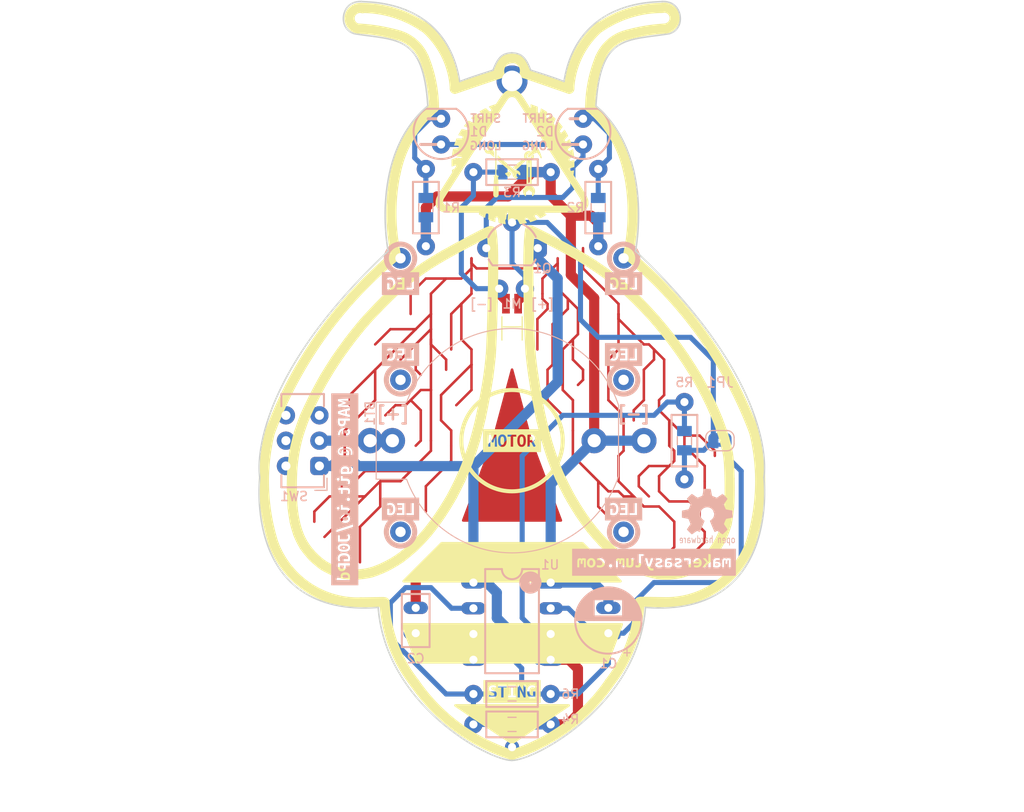
<source format=kicad_pcb>
(kicad_pcb (version 20171130) (host pcbnew 5.1.9-73d0e3b20d~88~ubuntu20.04.1)
  (title_block (title MAP6) (date 2021-08-18) (rev 1) (company "Maker's Asylum") (comment 1 "Learn to Solder Maker's Asylum Badge"))
  (layers (0 F.Cu signal) (31 B.Cu signal) (34 B.Paste user) (35 F.Paste user) (36 B.SilkS user) (37 F.SilkS user) (38 B.Mask user) (39 F.Mask user) (44 Edge.Cuts user))
  (net 0 "")
  (net 1 /GND)
  (net 2 /motor)
  (net 3 "Net-(BT1-Pad1)")
  (net 4 "Net-(C1-Pad1)")
  (net 5 "Net-(C2-Pad1)")
  (net 6 "Net-(D1-Pad1)")
  (net 7 "Net-(JP1-Pad2)")
  (net 8 /6V)
  (net 9 "Net-(R4-Pad1)")
  (net 10 "Net-(R5-Pad2)")
  (net 11 /left_eye)
  (net 12 /right_eye)
  (module label (layer F.Cu) (at 148.5 111)
    (fp_text reference kibuzzard-612E1065 hide)
    (fp_text value G*** hide)
  )
  (module map6_fp:label_URL (layer B.Cu) (at 132 115.8 270)
    (fp_text reference kibuzzard-611CF906 hide)
    (fp_text value G*** hide)
  )
  (module map6_fp:label_website (layer B.Cu) (at 162.5 123 180)
    (fp_text reference kibuzzard-611CD92E hide)
    (fp_text value G*** hide)
  )
  (module map6_fp:label_sting (layer F.Cu) (at 148.5 135.75)
    (fp_text reference kibuzzard-611CE09C hide)
    (fp_text value G*** hide)
  )
  (module map6_fp:label_LEG (layer B.Cu) (at 137.5 117.75 180)
    (fp_text reference kibuzzard-611CDC95 hide)
    (fp_text value G*** hide)
  )
  (module map6_fp:label_LEG (layer B.Cu) (at 159.5 117.75 180)
    (fp_text reference kibuzzard-611CDC95 hide)
    (fp_text value G*** hide)
  )
  (module map6_fp:label_LEG (layer B.Cu) (at 137.5 102.5 180)
    (fp_text reference kibuzzard-611CDC95 hide)
    (fp_text value G*** hide)
  )
  (module map6_fp:label_LEG (layer B.Cu) (at 159.5 102.5 180)
    (fp_text reference kibuzzard-611CDC95 hide)
    (fp_text value G*** hide)
  )
  (module map6_fp:label_LEG (layer B.Cu) (at 137.5 95.5 180)
    (fp_text reference kibuzzard-611CDC95 hide)
    (fp_text value G*** hide)
  )
  (module map6_fp:label_LEG (layer B.Cu) (at 159.5 95.5 180)
    (fp_text reference kibuzzard-611CDC95 hide)
    (fp_text value G*** hide)
  )
  (module map6_fp:r_0805 (layer B.Cu) (at 157 88 90)
    (fp_text reference R2 (at 0 -2.25) (layer B.SilkS) (effects (font (size 0.9 0.9)) (justify mirror)))
    (fp_text value 220E hide)
    (pad 2 smd rect (at 0.95 0 90) (size 1 1.45) (layers B.Cu B.Paste B.Mask) (net 12 /right_eye))
    (pad 1 smd rect (at -0.95 0 90) (size 1 1.45) (layers B.Cu B.Paste B.Mask) (net 1 /GND))
    (pad 2 thru_hole circle (at 3.81 0 90) (size 1.8 1.8) (drill 0.8) (layers *.Cu *.Mask) (net 12 /right_eye))
    (pad 1 thru_hole circle (at -3.81 0 90) (size 1.8 1.8) (drill 0.8) (layers *.Cu *.Mask) (net 1 /GND))
  )
  (module map6_fp:motor_XDCR_C0720B001F (layer F.Cu) (at 148.5 102.5 180)
    (fp_text reference M1 (at 0 5 180) (layer B.SilkS) (effects (font (size 0.9 0.9)) (justify mirror)))
    (fp_text value Motor_vibration)
    (fp_text user [-] (at 3 5) (layer B.SilkS) (effects (font (size 0.9 0.9)) (justify mirror)))
    (fp_text user [+] (at -3 5) (layer B.SilkS) (effects (font (size 0.9 0.9)) (justify mirror)))
    (pad 2 smd rect (at 0.6 5.02 180) (size 0.76 1.94) (layers F.Cu F.Paste F.Mask) (net 2 /motor))
    (pad 1 smd rect (at -0.6 5.02 180) (size 0.76 1.94) (layers F.Cu F.Paste F.Mask) (net 7 "Net-(JP1-Pad2)"))
    (pad 2 thru_hole circle (at 1.27 6.5 180) (size 1.8 1.8) (drill 0.8) (layers *.Cu *.Mask) (net 2 /motor))
    (pad 1 thru_hole circle (at -1.27 6.5 180) (size 1.8 1.8) (drill 0.8) (layers *.Cu *.Mask) (net 7 "Net-(JP1-Pad2)"))
  )
  (module map6_fp:TO-92L_Wide (layer B.Cu) (at 148.5 92 180)
    (fp_text reference Q1 (at -3 -2) (layer B.SilkS) (effects (font (size 0.9 0.9)) (justify mirror)))
    (fp_text value BC547)
    (pad 2 thru_hole circle (at 0 2.54 180) (size 1.8 1.8) (drill 0.8) (layers *.Cu *.Mask) (net 7 "Net-(JP1-Pad2)"))
    (pad 3 thru_hole circle (at 2.54 0 180) (size 1.8 1.8) (drill 0.8) (layers *.Cu *.Mask) (net 6 "Net-(D1-Pad1)"))
    (pad 1 thru_hole roundrect (at -2.54 0 180) (size 1.8 1.8) (drill 0.8) (layers *.Cu *.Mask) (net 8 /6V))
  )
  (module map6_fp:r_0805 (layer B.Cu) (at 140 88 90)
    (fp_text reference R1 (at 0 2.5) (layer B.SilkS) (effects (font (size 0.9 0.9)) (justify mirror)))
    (fp_text value 220E hide)
    (pad 2 smd rect (at 0.95 0 90) (size 1 1.45) (layers B.Cu B.Paste B.Mask) (net 11 /left_eye))
    (pad 1 smd rect (at -0.95 0 90) (size 1 1.45) (layers B.Cu B.Paste B.Mask) (net 1 /GND))
    (pad 2 thru_hole circle (at 3.81 0 90) (size 1.8 1.8) (drill 0.8) (layers *.Cu *.Mask) (net 11 /left_eye))
    (pad 1 thru_hole circle (at -3.81 0 90) (size 1.8 1.8) (drill 0.8) (layers *.Cu *.Mask) (net 1 /GND))
  )
  (module map6_fp:r_0805 (layer B.Cu) (at 148.5 84.5 180)
    (fp_text reference R3 (at 0 -2 180) (layer B.SilkS) (effects (font (size 0.9 0.9)) (justify mirror)))
    (fp_text value 47E hide)
    (pad 2 smd rect (at 0.95 0 180) (size 1 1.45) (layers B.Cu B.Paste B.Mask) (net 2 /motor))
    (pad 1 smd rect (at -0.95 0 180) (size 1 1.45) (layers B.Cu B.Paste B.Mask) (net 1 /GND))
    (pad 2 thru_hole circle (at 3.81 0 180) (size 1.8 1.8) (drill 0.8) (layers *.Cu *.Mask) (net 2 /motor))
    (pad 1 thru_hole circle (at -3.81 0 180) (size 1.8 1.8) (drill 0.8) (layers *.Cu *.Mask) (net 1 /GND))
  )
  (module map6_fp:r_0805 (layer B.Cu) (at 165.5 111 90)
    (fp_text reference R5 (at 5.75 0 180) (layer B.SilkS) (effects (font (size 0.9 0.9)) (justify mirror)))
    (fp_text value 33k hide)
    (pad 2 smd rect (at 0.95 0 90) (size 1 1.45) (layers B.Cu B.Paste B.Mask) (net 10 "Net-(R5-Pad2)"))
    (pad 1 smd rect (at -0.95 0 90) (size 1 1.45) (layers B.Cu B.Paste B.Mask) (net 7 "Net-(JP1-Pad2)"))
    (pad 2 thru_hole circle (at 3.81 0 90) (size 1.8 1.8) (drill 0.8) (layers *.Cu *.Mask) (net 10 "Net-(R5-Pad2)"))
    (pad 1 thru_hole circle (at -3.81 0 90) (size 1.8 1.8) (drill 0.8) (layers *.Cu *.Mask) (net 7 "Net-(JP1-Pad2)"))
  )
  (module map6_fp:DIP-8_W7.62mm (layer B.Cu) (at 152.31 125 180)
    (fp_text reference U1 (at 0.06 1.75) (layer B.SilkS) (effects (font (size 0.9 0.9)) (justify mirror)))
    (fp_text value LM555)
    (pad 1 thru_hole roundrect (at 0 0 180) (size 2.4 1.2) (drill 0.8) (layers *.Cu *.Mask) (net 1 /GND))
    (pad 5 thru_hole oval (at 7.62 -7.62 180) (size 2.4 1.2) (drill 0.8) (layers *.Cu *.Mask) (net 5 "Net-(C2-Pad1)"))
    (pad 2 thru_hole oval (at 0 -2.54 180) (size 2.4 1.2) (drill 0.8) (layers *.Cu *.Mask) (net 4 "Net-(C1-Pad1)"))
    (pad 6 thru_hole oval (at 7.62 -5.08 180) (size 2.4 1.2) (drill 0.8) (layers *.Cu *.Mask) (net 4 "Net-(C1-Pad1)"))
    (pad 3 thru_hole oval (at 0 -5.08 180) (size 2.4 1.2) (drill 0.8) (layers *.Cu *.Mask) (net 10 "Net-(R5-Pad2)"))
    (pad 7 thru_hole oval (at 7.62 -2.54 180) (size 2.4 1.2) (drill 0.8) (layers *.Cu *.Mask) (net 9 "Net-(R4-Pad1)"))
    (pad 4 thru_hole oval (at 0 -7.62 180) (size 2.4 1.2) (drill 0.8) (layers *.Cu *.Mask) (net 8 /6V))
    (pad 8 thru_hole oval (at 7.62 0 180) (size 2.4 1.2) (drill 0.8) (layers *.Cu *.Mask) (net 8 /6V))
  )
  (module map6_fp:CP_Radial_D6.3mm_P2.50mm (layer B.Cu) (at 158 130 90)
    (fp_text reference C1 (at -3 0) (layer B.SilkS) (effects (font (size 0.9 0.9)) (justify mirror)))
    (fp_text value 47uF/16V)
    (pad 1 thru_hole roundrect (at 0 0 90) (size 1.2 2.4) (drill 0.8) (layers *.Cu *.Mask) (net 4 "Net-(C1-Pad1)"))
    (pad 2 thru_hole oval (at 2.5 0 90) (size 1.2 2.4) (drill 0.8) (layers *.Cu *.Mask) (net 1 /GND))
  )
  (module map6_fp:C_Disc_D5.0mm_W2.5mm_P2.50mm (layer B.Cu) (at 139 130 90)
    (fp_text reference C2 (at -2.5 0 180) (layer B.SilkS) (effects (font (size 0.9 0.9)) (justify mirror)))
    (fp_text value 10nF)
    (pad 1 thru_hole oval (at 0 0 90) (size 1.2 2.4) (drill 0.8) (layers *.Cu *.Mask) (net 5 "Net-(C2-Pad1)"))
    (pad 2 thru_hole oval (at 2.5 0 90) (size 1.2 2.4) (drill 0.8) (layers *.Cu *.Mask) (net 1 /GND))
  )
  (module map6_fp:SW_CuK_JS202011AQN_DPDT_Angled (layer B.Cu) (at 129.5 113.5 90)
    (fp_text reference SW1 (at -3 -2.5 180) (layer B.SilkS) (effects (font (size 0.9 0.9)) (justify mirror)))
    (fp_text value On)
    (pad 1 thru_hole roundrect (at 0 0 90) (size 1.8 1.8) (drill 0.9) (layers *.Cu *.Mask) (net 8 /6V))
    (pad 2 thru_hole circle (at 2.5 0 90) (size 1.8 1.8) (drill 0.9) (layers *.Cu *.Mask) (net 3 "Net-(BT1-Pad1)"))
    (pad 3 thru_hole circle (at 5 0 90) (size 1.8 1.8) (drill 0.9) (layers *.Cu *.Mask))
    (pad 4 thru_hole circle (at 0 -3.3 90) (size 1.8 1.8) (drill 0.9) (layers *.Cu *.Mask))
    (pad 5 thru_hole circle (at 2.5 -3.3 90) (size 1.8 1.8) (drill 0.9) (layers *.Cu *.Mask))
    (pad 6 thru_hole circle (at 5 -3.3 90) (size 1.8 1.8) (drill 0.9) (layers *.Cu *.Mask))
  )
  (module map6_fp:LED-5MM_right (layer B.Cu) (at 155.5 80.5 90)
    (fp_text reference D2 (at 0 -3.75 180) (layer B.SilkS) (effects (font (size 0.9 0.9)) (justify mirror)))
    (fp_text value Red hide)
    (fp_text user SHRT (at 1.3 -4.45) (layer B.SilkS) (effects (font (size 0.8 0.8)) (justify mirror)))
    (fp_text user LONG (at -1.4 -4.45) (layer B.SilkS) (effects (font (size 0.8 0.8)) (justify mirror)))
    (pad 1 thru_hole circle (at -1.27 0 90) (size 1.8 1.8) (drill 0.8) (layers *.Cu *.Mask) (net 6 "Net-(D1-Pad1)"))
    (pad 2 thru_hole circle (at 1.27 0 90) (size 1.8 1.8) (drill 0.8) (layers *.Cu *.Mask) (net 12 /right_eye))
  )
  (module map6_fp:LED-5MM_left (layer B.Cu) (at 141.5 80.5 90)
    (fp_text reference D1 (at 0 3.7 180) (layer B.SilkS) (effects (font (size 0.9 0.9)) (justify mirror)))
    (fp_text value Red hide)
    (fp_text user LONG (at -1.4 4.4) (layer B.SilkS) (effects (font (size 0.8 0.8)) (justify mirror)))
    (fp_text user SHRT (at 1.3 4.4) (layer B.SilkS) (effects (font (size 0.8 0.8)) (justify mirror)))
    (pad 2 thru_hole circle (at 1.27 0 90) (size 1.8 1.8) (drill 0.8) (layers *.Cu *.Mask) (net 11 /left_eye))
    (pad 1 thru_hole circle (at -1.27 0 90) (size 1.8 1.8) (drill 0.8) (layers *.Cu *.Mask) (net 6 "Net-(D1-Pad1)"))
  )
  (module map6_fp:cr2032_02 (layer B.Cu) (at 148.5 111 90)
    (fp_text reference BT1 (at 2.7 -14 270) (layer B.SilkS) (effects (font (size 0.9 0.9)) (justify mirror)))
    (fp_text value BAT)
    (pad 2 thru_hole circle (at 0 13 90) (size 2.5 2.5) (drill 1.3) (layers *.Cu *.Mask) (net 1 /GND))
    (pad 1 thru_hole circle (at 0 -14 90) (size 2.5 2.5) (drill 1.3) (layers *.Cu *.Mask) (net 3 "Net-(BT1-Pad1)"))
    (pad 1 thru_hole circle (at 0 -11.8 90) (size 2.5 2.5) (drill 1.3) (layers *.Cu *.Mask) (net 3 "Net-(BT1-Pad1)"))
    (pad 2 thru_hole circle (at 0 8.1 90) (size 2.5 2.5) (drill 1.3) (layers *.Cu *.Mask) (net 1 /GND))
  )
  (module map6_fp:Logo_silk_OSHW_6x6mm (layer B.Cu) (at 167.75 118 180)
    (fp_text reference G10 hide)
    (fp_text value OPEN_HARDWARE_1 hide)
  )
  (module map6_fp:MTG_2mm (layer F.Cu) (at 148.5 75.5)
    (fp_text reference G2 hide)
    (fp_text value Pin hide)
    (pad 1 thru_hole circle (at 0 0) (size 3.048 3.048) (drill 2.036) (layers *.Cu *.Mask))
  )
  (module map6_fp:MTG_1mm (layer B.Cu) (at 137.5 120)
    (fp_text reference G3 hide)
    (fp_text value LEG hide)
    (pad 1 thru_hole circle (at 0 0) (size 2.036 2.036) (drill 1.018) (layers *.Cu *.Mask))
  )
  (module map6_fp:MTG_1mm (layer B.Cu) (at 137.5 93)
    (fp_text reference G4 hide)
    (fp_text value LEG hide)
    (pad 1 thru_hole circle (at 0 0) (size 2.036 2.036) (drill 1.018) (layers *.Cu *.Mask))
  )
  (module map6_fp:MTG_1mm (layer B.Cu) (at 159.5 120)
    (fp_text reference G5 hide)
    (fp_text value LEG hide)
    (pad 1 thru_hole circle (at 0 0) (size 2.036 2.036) (drill 1.018) (layers *.Cu *.Mask))
  )
  (module map6_fp:MTG_1mm (layer B.Cu) (at 159.5 93)
    (fp_text reference G6 hide)
    (fp_text value LEG hide)
    (pad 1 thru_hole circle (at 0 0) (size 2.036 2.036) (drill 1.018) (layers *.Cu *.Mask))
  )
  (module map6_fp:MTG_1mm (layer B.Cu) (at 137.5 105)
    (fp_text reference G7 hide)
    (fp_text value LEG hide)
    (pad 1 thru_hole circle (at 0 0) (size 2.036 2.036) (drill 1.018) (layers *.Cu *.Mask))
  )
  (module map6_fp:MTG_1mm (layer B.Cu) (at 159.5 105)
    (fp_text reference G8 hide)
    (fp_text value LEG hide)
    (pad 1 thru_hole circle (at 0 0) (size 2.036 2.036) (drill 1.018) (layers *.Cu *.Mask))
  )
  (module map6_fp:SolderJumper-2_P1.3mm_Bridged2Bar_RoundedPad1.0x1.5mm (layer B.Cu) (at 169 111 180)
    (fp_text reference JP1 (at 0 5.75) (layer B.SilkS) (effects (justify mirror)))
    (fp_text value Jumper)
    (fp_poly (pts (xy -0.25 0.6) (xy 0.25 0.6) (xy 0.25 0.2) (xy -0.25 0.2)) (layer B.Cu) (width 0))
    (fp_poly (pts (xy -0.25 -0.2) (xy 0.25 -0.2) (xy 0.25 -0.6) (xy -0.25 -0.6)) (layer B.Cu) (width 0))
    (pad 1 smd custom (at -0.65 0 180) (size 1 0.5) (layers B.Cu B.Mask) (net 4 "Net-(C1-Pad1)") (options (clearance outline) (anchor rect)) (primitives (gr_circle (center 0 -0.25) (end 0.5 -0.25) (width 0)) (gr_circle (center 0 0.25) (end 0.5 0.25) (width 0)) (gr_poly (pts (xy 0.5 -0.75) (xy 0.5 0.75) (xy 0 0.75) (xy 0 -0.75)) (width 0))))
    (pad 2 smd custom (at 0.65 0 180) (size 1 0.5) (layers B.Cu B.Mask) (net 7 "Net-(JP1-Pad2)") (options (clearance outline) (anchor rect)) (primitives (gr_circle (center 0 -0.25) (end 0.5 -0.25) (width 0)) (gr_circle (center 0 0.25) (end 0.5 0.25) (width 0)) (gr_poly (pts (xy -0.5 -0.75) (xy -0.5 0.75) (xy 0 0.75) (xy 0 -0.75)) (width 0))))
  )
  (module map6_fp:MA_LOGO (layer F.Cu) (at 148.5 83)
    (fp_text reference G1 hide)
    (fp_text value Logo_MA hide)
  )
  (module map6_fp:MTG_0mm8 (layer F.Cu) (at 148.5 141.25)
    (fp_text reference G9 hide)
    (fp_text value STING hide)
    (pad 1 thru_hole circle (at 0 0) (size 1.4 1.4) (drill 0.8) (layers *.Cu *.Mask))
  )
  (module map6_fp:r_0805_DNP (layer B.Cu) (at 148.5 139)
    (fp_text reference R4 (at 5.75 -0.5) (layer B.SilkS) (effects (font (size 0.9 0.9)) (justify mirror)))
    (fp_text value 1k hide)
    (pad 2 smd rect (at 0.95 0) (size 1 1.45) (layers B.Cu B.Paste B.Mask) (net 8 /6V))
    (pad 1 smd rect (at -0.95 0) (size 1 1.45) (layers B.Cu B.Paste B.Mask) (net 9 "Net-(R4-Pad1)"))
    (pad 2 thru_hole circle (at 3.81 0) (size 1.8 1.8) (drill 0.8) (layers *.Cu *.Mask) (net 8 /6V))
    (pad 1 thru_hole circle (at -3.81 0) (size 1.8 1.8) (drill 0.8) (layers *.Cu *.Mask) (net 9 "Net-(R4-Pad1)"))
  )
  (module map6_fp:r_0805_DNP (layer B.Cu) (at 148.5 136 180)
    (fp_text reference R6 (at -5.75 0) (layer B.SilkS) (effects (font (size 0.9 0.9)) (justify mirror)))
    (fp_text value 10k hide)
    (pad 2 smd rect (at 0.95 0 180) (size 1 1.45) (layers B.Cu B.Paste B.Mask) (net 9 "Net-(R4-Pad1)"))
    (pad 1 smd rect (at -0.95 0 180) (size 1 1.45) (layers B.Cu B.Paste B.Mask) (net 4 "Net-(C1-Pad1)"))
    (pad 2 thru_hole circle (at 3.81 0 180) (size 1.8 1.8) (drill 0.8) (layers *.Cu *.Mask) (net 9 "Net-(R4-Pad1)"))
    (pad 1 thru_hole circle (at -3.81 0 180) (size 1.8 1.8) (drill 0.8) (layers *.Cu *.Mask) (net 4 "Net-(C1-Pad1)"))
  )
  (gr_arc (start 163.3 79.149155) (end 157.194422 70.181096) (angle 34.2) (layer F.SilkS) (width 1))
  (gr_arc (start 169.471782 78.247268) (end 156.203086 78.132191) (angle 21.9) (layer F.SilkS) (width 1))
  (gr_arc (start 162.7 76.7) (end 154.140402 76.270988) (angle 47.2) (layer F.SilkS) (width 1))
  (gr_arc (start 164.563592 87.770686) (end 159.901861 70.939949) (angle 12.8) (layer F.SilkS) (width 1))
  (gr_arc (start 160.804657 74.751751) (end 157.202795 73.211798) (angle 53.5) (layer F.SilkS) (width 1))
  (gr_arc (start 127.528219 78.247266) (end 140.796914 78.132191) (angle -21.86000138) (layer F.SilkS) (width 1))
  (gr_arc (start 136.195343 74.751751) (end 139.797205 73.2118) (angle -53.52667261) (layer F.SilkS) (width 1))
  (gr_arc (start 132.436407 87.770685) (end 137.098138 70.939951) (angle -12.81138841) (layer F.SilkS) (width 1))
  (gr_arc (start 134.3 76.7) (end 142.859599 76.270987) (angle -47.15977511) (layer F.SilkS) (width 1))
  (gr_arc (start 133.7 79.149155) (end 139.805578 70.181096) (angle -34.24757274) (layer F.SilkS) (width 1))
  (gr_arc (start 149.8 126.325245) (end 138.900002 134.925245) (angle 35.7) (layer F.SilkS) (width 1))
  (gr_arc (start 163.411468 124.639137) (end 124.6 110.225245) (angle 30.1) (layer F.SilkS) (width 1))
  (gr_arc (start 133.5 69.325245) (end 133.25 70.325244) (angle 180) (layer F.SilkS) (width 1))
  (gr_arc (start 154.007409 124.520145) (end 148.5 142.020142) (angle 38) (layer F.SilkS) (width 1))
  (gr_line (start 133.579082 126.962836) (end 135.800001 126.925247) (layer F.SilkS) (width 1))
  (gr_arc (start 156.142071 88.540738) (end 137.053856 92.711617) (angle 23.9) (layer F.SilkS) (width 1))
  (gr_arc (start 144.49145 115.023183) (end 124.99145 121.223183) (angle 31.2) (layer F.SilkS) (width 1))
  (gr_arc (start 148.5 74.525245) (end 147.249998 74.775246) (angle 101.3) (layer F.SilkS) (width 1))
  (gr_line (start 147.249998 74.775246) (end 142.859599 76.270987) (layer F.SilkS) (width 1))
  (gr_arc (start 148.110606 86.73774) (end 137.010605 84.637737) (angle 38.71442858) (layer F.SilkS) (width 1))
  (gr_arc (start 133.308947 118.08406) (end 133.579082 126.962836) (angle 71) (layer F.SilkS) (width 1))
  (gr_arc (start 142.99259 124.494897) (end 148.5 141.994897) (angle -38) (layer F.SilkS) (width 1))
  (gr_arc (start 147.2 126.3) (end 158.1 134.9) (angle -35.7) (layer F.SilkS) (width 1))
  (gr_line (start 163.420917 126.937593) (end 161.2 126.9) (layer F.SilkS) (width 1))
  (gr_arc (start 163.691051 118.058815) (end 163.420917 126.937593) (angle -71) (layer F.SilkS) (width 1))
  (gr_arc (start 152.50855 114.997938) (end 172.00855 121.197938) (angle -31.2) (layer F.SilkS) (width 1))
  (gr_arc (start 133.588532 124.613892) (end 172.4 110.2) (angle -30.1) (layer F.SilkS) (width 1))
  (gr_arc (start 140.857927 88.515495) (end 159.946143 92.68637) (angle -23.9) (layer F.SilkS) (width 1))
  (gr_arc (start 148.889394 86.712493) (end 159.989394 84.612493) (angle -39) (layer F.SilkS) (width 1))
  (gr_arc (start 163.5 69.3) (end 163.749999 70.3) (angle -180) (layer F.SilkS) (width 1))
  (gr_line (start 149.75 74.75) (end 154.140402 76.270988) (layer F.SilkS) (width 1))
  (gr_arc (start 148.5 74.5) (end 149.75 74.75) (angle -101.3) (layer F.SilkS) (width 1))
  (gr_circle (center 148.5 111) (end 153.5 111) (layer F.SilkS) (width 0.4))
  (gr_circle (center 137.5 105) (end 138.9 105) (layer B.SilkS) (width 0.5))
  (gr_circle (center 137.5 93) (end 138.9 93) (layer B.SilkS) (width 0.5))
  (gr_circle (center 159.5 93) (end 160.9 93) (layer B.SilkS) (width 0.5))
  (gr_circle (center 159.5 105) (end 160.9 105) (layer B.SilkS) (width 0.5))
  (gr_circle (center 159.5 120) (end 160.9 120) (layer B.SilkS) (width 0.5))
  (gr_circle (center 137.5 120) (end 138.9 120) (layer B.SilkS) (width 0.5))
  (gr_line (start 134.53655 124.020629) (end 134.53655 124.020629) (layer F.SilkS) (width 1))
  (gr_line (start 165.138668 124.053939) (end 165.138668 124.053939) (layer F.SilkS) (width 1))
  (gr_curve (pts (xy 133.201423 124.211149) (xy 133.600888 124.192749) (xy 134.201695 124.107009) (xy 134.53655 124.020629)) (layer F.SilkS) (width 1))
  (gr_curve (pts (xy 131.938213 124.141849) (xy 132.260449 124.203549) (xy 132.765521 124.231249) (xy 133.201423 124.211149)) (layer F.SilkS) (width 1))
  (gr_curve (pts (xy 130.862457 123.812639) (xy 131.158822 123.937159) (xy 131.642913 124.085299) (xy 131.938213 124.141849)) (layer F.SilkS) (width 1))
  (gr_curve (pts (xy 129.870313 123.289099) (xy 130.119625 123.452529) (xy 130.566089 123.688119) (xy 130.862457 123.812639)) (layer F.SilkS) (width 1))
  (gr_curve (pts (xy 128.911388 122.491499) (xy 129.189484 122.766749) (xy 129.621001 123.125669) (xy 129.870313 123.289099)) (layer F.SilkS) (width 1))
  (gr_curve (pts (xy 128.021329 121.402169) (xy 128.232765 121.726059) (xy 128.633291 122.216259) (xy 128.911388 122.491499)) (layer F.SilkS) (width 1))
  (gr_curve (pts (xy 127.407942 120.179708) (xy 127.533868 120.528168) (xy 127.809892 121.078278) (xy 128.021329 121.402169)) (layer F.SilkS) (width 1))
  (gr_curve (pts (xy 127.055774 118.934508) (xy 127.123544 119.270899) (xy 127.282015 119.831239) (xy 127.407942 120.179708)) (layer F.SilkS) (width 1))
  (gr_curve (pts (xy 126.857308 117.596588) (xy 126.898698 117.996058) (xy 126.988008 118.598118) (xy 127.055774 118.934508)) (layer F.SilkS) (width 1))
  (gr_curve (pts (xy 126.780728 115.559577) (xy 126.781455 116.280467) (xy 126.815918 117.197128) (xy 126.857308 117.596588)) (layer F.SilkS) (width 1))
  (gr_curve (pts (xy 126.857288 113.457138) (xy 126.814459 113.892588) (xy 126.780008 114.838688) (xy 126.780728 115.559577)) (layer F.SilkS) (width 1))
  (gr_curve (pts (xy 127.092495 111.824417) (xy 127.005964 112.286957) (xy 126.900123 113.021677) (xy 126.857288 113.457138)) (layer F.SilkS) (width 1))
  (gr_curve (pts (xy 127.520725 110.142457) (xy 127.371726 110.604996) (xy 127.179022 111.361877) (xy 127.092495 111.824417)) (layer F.SilkS) (width 1))
  (gr_curve (pts (xy 128.059467 108.651637) (xy 127.912158 109.009047) (xy 127.669725 109.679917) (xy 127.520725 110.142457)) (layer F.SilkS) (width 1))
  (gr_curve (pts (xy 128.929333 106.798895) (xy 128.598216 107.460486) (xy 128.206776 108.294217) (xy 128.059467 108.651637)) (layer F.SilkS) (width 1))
  (gr_curve (pts (xy 130.041166 104.734677) (xy 129.760775 105.208406) (xy 129.260449 106.137306) (xy 128.929333 106.798895)) (layer F.SilkS) (width 1))
  (gr_curve (pts (xy 131.084725 103.070597) (xy 130.79116 103.512107) (xy 130.321558 104.260946) (xy 130.041166 104.734677)) (layer F.SilkS) (width 1))
  (gr_curve (pts (xy 132.363121 101.273955) (xy 131.953567 101.820595) (xy 131.378288 102.629076) (xy 131.084725 103.070597)) (layer F.SilkS) (width 1))
  (gr_curve (pts (xy 133.894246 99.362638) (xy 133.461681 99.867227) (xy 132.772674 100.727317) (xy 132.363121 101.273955)) (layer F.SilkS) (width 1))
  (gr_curve (pts (xy 136.024411 97.105872) (xy 135.285385 97.842506) (xy 134.326811 98.858052) (xy 133.894246 99.362638)) (layer F.SilkS) (width 1))
  (gr_curve (pts (xy 138.198546 95.103423) (xy 137.741798 95.468134) (xy 136.763437 96.369237) (xy 136.024411 97.105872)) (layer F.SilkS) (width 1))
  (gr_curve (pts (xy 139.893618 93.864492) (xy 139.418077 94.18119) (xy 138.655295 94.738709) (xy 138.198546 95.103423)) (layer F.SilkS) (width 1))
  (gr_curve (pts (xy 141.815461 92.683965) (xy 141.233987 93.016555) (xy 140.369159 93.547793) (xy 139.893618 93.864492)) (layer F.SilkS) (width 1))
  (gr_curve (pts (xy 144.62916 91.15488) (xy 143.663099 91.663286) (xy 142.396934 92.351374) (xy 141.815461 92.683965)) (layer F.SilkS) (width 1))
  (gr_curve (pts (xy 146.458602 90.360887) (xy 146.394222 90.245852) (xy 146.1789 90.339307) (xy 144.62916 91.15488)) (layer F.SilkS) (width 1))
  (gr_curve (pts (xy 146.605434 91.792396) (xy 146.564804 91.076775) (xy 146.498734 90.432596) (xy 146.458602 90.360887)) (layer F.SilkS) (width 1))
  (gr_curve (pts (xy 146.591754 97.298418) (xy 146.650463 94.478614) (xy 146.654963 92.664933) (xy 146.605434 91.792396)) (layer F.SilkS) (width 1))
  (gr_curve (pts (xy 146.389895 102.705427) (xy 146.455274 102.017936) (xy 146.541686 99.703198) (xy 146.591754 97.298418)) (layer F.SilkS) (width 1))
  (gr_curve (pts (xy 146.158011 104.693197) (xy 146.222671 104.261086) (xy 146.327021 103.366586) (xy 146.389895 102.705427)) (layer F.SilkS) (width 1))
  (gr_curve (pts (xy 145.847902 106.549185) (xy 145.953801 105.960496) (xy 146.093349 105.125307) (xy 146.158011 104.693197)) (layer F.SilkS) (width 1))
  (gr_curve (pts (xy 145.422606 108.689857) (xy 145.55062 108.101177) (xy 145.742004 107.137866) (xy 145.847902 106.549185)) (layer F.SilkS) (width 1))
  (gr_curve (pts (xy 144.858336 110.906987) (xy 145.04067 110.276246) (xy 145.294592 109.278547) (xy 145.422606 108.689857)) (layer F.SilkS) (width 1))
  (gr_curve (pts (xy 144.148299 113.056346) (xy 144.356484 112.504926) (xy 144.676001 111.537717) (xy 144.858336 110.906987)) (layer F.SilkS) (width 1))
  (gr_curve (pts (xy 143.398193 114.852978) (xy 143.602565 114.416248) (xy 143.940112 113.607758) (xy 144.148299 113.056346)) (layer F.SilkS) (width 1))
  (gr_curve (pts (xy 142.617026 116.411567) (xy 142.842294 115.991088) (xy 143.19382 115.289718) (xy 143.398193 114.852978)) (layer F.SilkS) (width 1))
  (gr_curve (pts (xy 141.493591 118.246438) (xy 141.886211 117.657748) (xy 142.391757 116.832058) (xy 142.617026 116.411567)) (layer F.SilkS) (width 1))
  (gr_curve (pts (xy 140.122373 120.097788) (xy 140.483925 119.668229) (xy 141.100972 118.835118) (xy 141.493591 118.246438)) (layer F.SilkS) (width 1))
  (gr_curve (pts (xy 138.791697 121.499759) (xy 139.162018 121.158238) (xy 139.760823 120.527359) (xy 140.122373 120.097788)) (layer F.SilkS) (width 1))
  (gr_curve (pts (xy 137.475655 122.583599) (xy 137.829156 122.329009) (xy 138.421375 121.841279) (xy 138.791697 121.499759)) (layer F.SilkS) (width 1))
  (gr_curve (pts (xy 135.989154 123.455059) (xy 136.453229 123.230349) (xy 137.122154 122.838199) (xy 137.475655 122.583599)) (layer F.SilkS) (width 1))
  (gr_curve (pts (xy 134.536554 124.020659) (xy 134.87141 123.934259) (xy 135.52508 123.679759) (xy 135.989154 123.455059)) (layer F.SilkS) (width 1))
  (gr_curve (pts (xy 163.991878 124.209209) (xy 164.338318 124.192609) (xy 164.854377 124.122809) (xy 165.138668 124.053939)) (layer F.SilkS) (width 1))
  (gr_curve (pts (xy 162.903277 124.168209) (xy 163.155577 124.207309) (xy 163.645446 124.225809) (xy 163.991878 124.209209)) (layer F.SilkS) (width 1))
  (gr_curve (pts (xy 161.935386 123.943049) (xy 162.215437 124.027749) (xy 162.650987 124.129069) (xy 162.903277 124.168209)) (layer F.SilkS) (width 1))
  (gr_curve (pts (xy 160.914417 123.559429) (xy 161.195906 123.685729) (xy 161.655346 123.858359) (xy 161.935386 123.943049)) (layer F.SilkS) (width 1))
  (gr_curve (pts (xy 159.741636 122.899589) (xy 160.105176 123.136209) (xy 160.632936 123.433139) (xy 160.914417 123.559429)) (layer F.SilkS) (width 1))
  (gr_curve (pts (xy 158.504767 121.989809) (xy 158.821506 122.253568) (xy 159.378096 122.662969) (xy 159.741636 122.899589)) (layer F.SilkS) (width 1))
  (gr_curve (pts (xy 157.395516 120.948689) (xy 157.688865 121.257539) (xy 158.188026 121.726049) (xy 158.504767 121.989809)) (layer F.SilkS) (width 1))
  (gr_curve (pts (xy 156.336905 119.737289) (xy 156.625785 120.094709) (xy 157.102165 120.639838) (xy 157.395516 120.948689)) (layer F.SilkS) (width 1))
  (gr_curve (pts (xy 155.180565 118.131788) (xy 155.527666 118.657398) (xy 156.048015 119.379878) (xy 156.336905 119.737289)) (layer F.SilkS) (width 1))
  (gr_curve (pts (xy 154.078436 116.296928) (xy 154.337516 116.780487) (xy 154.833475 117.606178) (xy 155.180565 118.131788)) (layer F.SilkS) (width 1))
  (gr_curve (pts (xy 153.232075 114.600188) (xy 153.438496 115.049828) (xy 153.819355 115.813358) (xy 154.078436 116.296928)) (layer F.SilkS) (width 1))
  (gr_curve (pts (xy 152.511254 112.829477) (xy 152.701284 113.353728) (xy 153.025656 114.150548) (xy 153.232075 114.600188)) (layer F.SilkS) (width 1))
  (gr_curve (pts (xy 151.893145 110.908876) (xy 152.043064 111.440947) (xy 152.321214 112.305216) (xy 152.511254 112.829477)) (layer F.SilkS) (width 1))
  (gr_curve (pts (xy 151.401154 108.971637) (xy 151.521824 109.505046) (xy 151.743214 110.376797) (xy 151.893145 110.908876)) (layer F.SilkS) (width 1))
  (gr_curve (pts (xy 150.98777 106.931476) (xy 151.094462 107.520166) (xy 151.280484 108.438237) (xy 151.401154 108.971637)) (layer F.SilkS) (width 1))
  (gr_curve (pts (xy 150.603065 104.599677) (xy 150.707961 105.293476) (xy 150.881078 106.342795) (xy 150.98777 106.931476)) (layer F.SilkS) (width 1))
  (gr_curve (pts (xy 150.327148 102.355326) (xy 150.374009 102.895906) (xy 150.49817 103.905867) (xy 150.603065 104.599677)) (layer F.SilkS) (width 1))
  (gr_curve (pts (xy 150.172008 98.685601) (xy 150.210478 100.163368) (xy 150.28029 101.814746) (xy 150.327148 102.355326)) (layer F.SilkS) (width 1))
  (gr_curve (pts (xy 150.102609 94.125664) (xy 150.102302 95.155863) (xy 150.133538 97.207836) (xy 150.172008 98.685601)) (layer F.SilkS) (width 1))
  (gr_curve (pts (xy 150.170228 91.2716) (xy 150.133338 91.811136) (xy 150.102909 93.095465) (xy 150.102609 94.125664)) (layer F.SilkS) (width 1))
  (gr_curve (pts (xy 150.277863 90.250065) (xy 150.255552 90.272375) (xy 150.207122 90.732065) (xy 150.170228 91.2716)) (layer F.SilkS) (width 1))
  (gr_curve (pts (xy 151.947244 91.047967) (xy 151.051393 90.586813) (xy 150.30017 90.227757) (xy 150.277863 90.250065)) (layer F.SilkS) (width 1))
  (gr_curve (pts (xy 154.608176 92.478927) (xy 154.040516 92.153054) (xy 152.843095 91.509122) (xy 151.947244 91.047967)) (layer F.SilkS) (width 1))
  (gr_curve (pts (xy 156.517276 93.646195) (xy 156.034936 93.330071) (xy 155.175835 92.8048) (xy 154.608176 92.478927)) (layer F.SilkS) (width 1))
  (gr_curve (pts (xy 158.008096 94.683785) (xy 157.670485 94.429235) (xy 156.999616 93.962319) (xy 156.517276 93.646195)) (layer F.SilkS) (width 1))
  (gr_curve (pts (xy 159.350647 95.772661) (xy 158.949857 95.428328) (xy 158.345717 94.938334) (xy 158.008096 94.683785)) (layer F.SilkS) (width 1))
  (gr_curve (pts (xy 161.024227 97.345526) (xy 160.504547 96.824783) (xy 159.751427 96.116993) (xy 159.350647 95.772661)) (layer F.SilkS) (width 1))
  (gr_curve (pts (xy 162.685367 99.124952) (xy 162.291426 98.66701) (xy 161.543917 97.86627) (xy 161.024227 97.345526)) (layer F.SilkS) (width 1))
  (gr_curve (pts (xy 164.103417 100.864877) (xy 163.717427 100.365859) (xy 163.079307 99.582891) (xy 162.685367 99.124952)) (layer F.SilkS) (width 1))
  (gr_curve (pts (xy 165.486758 102.784557) (xy 165.111908 102.227756) (xy 164.489398 101.363895) (xy 164.103417 100.864877)) (layer F.SilkS) (width 1))
  (gr_curve (pts (xy 166.697108 104.692876) (xy 166.406267 104.200097) (xy 165.861607 103.341356) (xy 165.486758 102.784557)) (layer F.SilkS) (width 1))
  (gr_curve (pts (xy 167.789417 106.718876) (xy 167.479498 106.097355) (xy 166.987958 105.185657) (xy 166.697108 104.692876)) (layer F.SilkS) (width 1))
  (gr_curve (pts (xy 168.778177 108.924737) (xy 168.544288 108.333027) (xy 168.099348 107.340386) (xy 167.789417 106.718876)) (layer F.SilkS) (width 1))
  (gr_curve (pts (xy 169.438688 110.836056) (xy 169.309299 110.376536) (xy 169.012068 109.516446) (xy 168.778177 108.924737)) (layer F.SilkS) (width 1))
  (gr_curve (pts (xy 169.793999 112.321387) (xy 169.727998 111.963967) (xy 169.568089 111.295566) (xy 169.438688 110.836056)) (layer F.SilkS) (width 1))
  (gr_curve (pts (xy 169.954479 114.772298) (xy 169.928879 113.633008) (xy 169.869979 112.732457) (xy 169.793999 112.321387)) (layer F.SilkS) (width 1))
  (gr_curve (pts (xy 169.907379 117.563158) (xy 169.959978 116.967828) (xy 169.978779 115.855598) (xy 169.954479 114.772298)) (layer F.SilkS) (width 1))
  (gr_curve (pts (xy 169.666238 119.202459) (xy 169.750739 118.845229) (xy 169.859249 118.107548) (xy 169.907379 117.563158)) (layer F.SilkS) (width 1))
  (gr_curve (pts (xy 169.097037 120.692948) (xy 169.341139 120.198979) (xy 169.576009 119.583959) (xy 169.666238 119.202459)) (layer F.SilkS) (width 1))
  (gr_curve (pts (xy 168.275078 122.028869) (xy 168.498587 121.756649) (xy 168.868468 121.155489) (xy 169.097037 120.692948)) (layer F.SilkS) (width 1))
  (gr_curve (pts (xy 167.373748 122.926279) (xy 167.645968 122.704919) (xy 168.051568 122.301089) (xy 168.275078 122.028869)) (layer F.SilkS) (width 1))
  (gr_curve (pts (xy 166.267178 123.628779) (xy 166.603568 123.463759) (xy 167.101528 123.147629) (xy 167.373748 122.926279)) (layer F.SilkS) (width 1))
  (gr_curve (pts (xy 165.138658 124.053959) (xy 165.422958 123.985159) (xy 165.930788 123.793799) (xy 166.267178 123.628779)) (layer F.SilkS) (width 1))
  (gr_curve (pts (xy 150.334952 74.434502) (xy 149.758278 72.925697) (xy 149.264852 72.791263) (xy 148.47967 72.729056)) (layer Edge.Cuts) (width 0.15))
  (gr_curve (pts (xy 153.621966 75.555562) (xy 152.277342 75.037387) (xy 151.323867 74.768552) (xy 150.334952 74.434502)) (layer Edge.Cuts) (width 0.15))
  (gr_curve (pts (xy 163.306431 67.662561) (xy 162.862693 67.74616) (xy 154.941036 67.325372) (xy 153.621966 75.555562)) (layer Edge.Cuts) (width 0.15))
  (gr_curve (pts (xy 165.050305 68.944172) (xy 164.870351 68.162795) (xy 164.269799 67.615353) (xy 163.306431 67.662561)) (layer Edge.Cuts) (width 0.15))
  (gr_curve (pts (xy 164.007362 70.844287) (xy 164.890804 70.582773) (xy 165.23295 69.737236) (xy 165.050305 68.944172)) (layer Edge.Cuts) (width 0.15))
  (gr_curve (pts (xy 156.771293 77.962374) (xy 157.199924 70.903391) (xy 159.775244 71.531644) (xy 164.007362 70.844287)) (layer Edge.Cuts) (width 0.15))
  (gr_curve (pts (xy 160.679234 92.289947) (xy 160.679234 92.289947) (xy 162.586089 82.885719) (xy 156.771293 77.962374)) (layer Edge.Cuts) (width 0.15))
  (gr_curve (pts (xy 173.335769 114.624808) (xy 173.335769 114.624808) (xy 175.061306 105.816116) (xy 160.679234 92.289947)) (layer Edge.Cuts) (width 0.15))
  (gr_curve (pts (xy 161.663083 127.4561) (xy 175.071391 128.479456) (xy 173.335769 114.624808) (xy 173.335769 114.624808)) (layer Edge.Cuts) (width 0.15))
  (gr_curve (pts (xy 148.47967 142.55685) (xy 150.743845 142.55685) (xy 160.933138 137.099637) (xy 161.663083 127.4561)) (layer Edge.Cuts) (width 0.15))
  (gr_curve (pts (xy 146.624388 74.434502) (xy 147.201063 72.925697) (xy 147.694487 72.791263) (xy 148.47967 72.729056)) (layer Edge.Cuts) (width 0.15))
  (gr_curve (pts (xy 143.337376 75.555562) (xy 144.682 75.037387) (xy 145.635474 74.768552) (xy 146.624388 74.434502)) (layer Edge.Cuts) (width 0.15))
  (gr_curve (pts (xy 133.652914 67.662561) (xy 134.096652 67.74616) (xy 142.018306 67.325372) (xy 143.337376 75.555562)) (layer Edge.Cuts) (width 0.15))
  (gr_curve (pts (xy 131.90904 68.944172) (xy 132.088994 68.162795) (xy 132.689545 67.615353) (xy 133.652914 67.662561)) (layer Edge.Cuts) (width 0.15))
  (gr_curve (pts (xy 132.951982 70.844287) (xy 132.06854 70.582773) (xy 131.726395 69.737236) (xy 131.90904 68.944172)) (layer Edge.Cuts) (width 0.15))
  (gr_curve (pts (xy 140.188049 77.962374) (xy 139.75942 70.903391) (xy 137.1841 71.531644) (xy 132.951982 70.844287)) (layer Edge.Cuts) (width 0.15))
  (gr_curve (pts (xy 136.280109 92.289947) (xy 136.280109 92.289947) (xy 134.373256 82.885719) (xy 140.188049 77.962374)) (layer Edge.Cuts) (width 0.15))
  (gr_curve (pts (xy 123.623575 114.624808) (xy 123.623575 114.624808) (xy 121.898039 105.816116) (xy 136.280109 92.289947)) (layer Edge.Cuts) (width 0.15))
  (gr_curve (pts (xy 135.296262 127.4561) (xy 121.887954 128.479456) (xy 123.623575 114.624808) (xy 123.623575 114.624808)) (layer Edge.Cuts) (width 0.15))
  (gr_curve (pts (xy 148.47967 142.55685) (xy 146.215496 142.55685) (xy 136.026205 137.099637) (xy 135.296262 127.4561)) (layer Edge.Cuts) (width 0.15))
  (gr_text [+] (at 136.75 108.5 180) (layer B.SilkS) (effects (font (size 1.25 1.25) (thickness 0.25)) (justify mirror)))
  (gr_text [-] (at 160.5 108.5 180) (layer B.SilkS) (effects (font (size 1.25 1.25) (thickness 0.25)) (justify mirror)))
  (segment (start 142.5 98.5) (end 142.5 102) (width 0.25) (layer F.Cu) (net 1))
  (segment (start 144.5 96.5) (end 143.5 97.5) (width 0.25) (layer F.Cu) (net 1))
  (segment (start 143.5 97.5) (end 143.5 101) (width 0.25) (layer F.Cu) (net 1))
  (segment (start 143.5 97.5) (end 142.5 98.5) (width 0.25) (layer F.Cu) (net 1))
  (segment (start 143.5 101) (end 144.5 102) (width 0.25) (layer F.Cu) (net 1))
  (segment (start 144.5 106) (end 143 107.5) (width 0.25) (layer F.Cu) (net 1))
  (segment (start 144.5 103.5) (end 141.5 106.5) (width 0.25) (layer F.Cu) (net 1))
  (segment (start 144.5 102) (end 144.5 103.5) (width 0.25) (layer F.Cu) (net 1))
  (segment (start 144.5 103.5) (end 144.5 106) (width 0.25) (layer F.Cu) (net 1))
  (segment (start 141.5 106.5) (end 141.5 109) (width 0.25) (layer F.Cu) (net 1))
  (segment (start 141.5 109) (end 142.5 110) (width 0.25) (layer F.Cu) (net 1))
  (segment (start 142.5 110) (end 142.5 111.5) (width 0.25) (layer F.Cu) (net 1))
  (segment (start 142.5 111.5) (end 142.5 113) (width 0.25) (layer F.Cu) (net 1))
  (segment (start 142.5 113) (end 140 115.5) (width 0.25) (layer F.Cu) (net 1))
  (segment (start 140 115.5) (end 140 118) (width 0.25) (layer F.Cu) (net 1))
  (segment (start 140.5 111) (end 140.5 112) (width 0.25) (layer F.Cu) (net 1))
  (segment (start 137.5 115) (end 135.5 115) (width 0.25) (layer F.Cu) (net 1))
  (segment (start 135.5 115) (end 135.5 117.5) (width 0.25) (layer F.Cu) (net 1))
  (segment (start 135.5 117.5) (end 133.5 119.5) (width 0.25) (layer F.Cu) (net 1))
  (segment (start 133.5 119.5) (end 133.5 123) (width 0.25) (layer F.Cu) (net 1))
  (segment (start 134 116.5) (end 130.5 116.5) (width 0.25) (layer F.Cu) (net 1))
  (segment (start 135.5 115) (end 134 116.5) (width 0.25) (layer F.Cu) (net 1))
  (segment (start 134 116.5) (end 130 120.5) (width 0.25) (layer F.Cu) (net 1))
  (segment (start 130.5 116.5) (end 129 118) (width 0.25) (layer F.Cu) (net 1))
  (segment (start 129 118) (end 129 119) (width 0.25) (layer F.Cu) (net 1))
  (segment (start 140.5 96.5) (end 140.5 98.5) (width 0.25) (layer F.Cu) (net 1))
  (segment (start 135.5 103.5) (end 135 104) (width 0.25) (layer F.Cu) (net 1))
  (segment (start 135 104) (end 135 107) (width 0.25) (layer F.Cu) (net 1))
  (segment (start 135 107) (end 132 110) (width 0.25) (layer F.Cu) (net 1))
  (segment (start 132 110) (end 132 113) (width 0.25) (layer F.Cu) (net 1))
  (segment (start 135 104) (end 132.5 106.5) (width 0.25) (layer F.Cu) (net 1))
  (segment (start 132.5 106.5) (end 132.5 107.5) (width 0.25) (layer F.Cu) (net 1))
  (segment (start 155 98) (end 155 100.5) (width 0.25) (layer F.Cu) (net 1))
  (segment (start 153.5 102) (end 153.5 106) (width 0.25) (layer F.Cu) (net 1))
  (segment (start 153.5 106) (end 154.5 107) (width 0.25) (layer F.Cu) (net 1))
  (segment (start 154.5 107) (end 154.5 110) (width 0.25) (layer F.Cu) (net 1))
  (segment (start 154.5 110) (end 154.5 112.5) (width 0.25) (layer F.Cu) (net 1))
  (segment (start 154.5 112.5) (end 156.5 114.5) (width 0.25) (layer F.Cu) (net 1))
  (segment (start 156.5 114.5) (end 157 115) (width 0.25) (layer F.Cu) (net 1))
  (segment (start 157 115) (end 157 117.5) (width 0.25) (layer F.Cu) (net 1))
  (segment (start 157 117.5) (end 158 118.5) (width 0.25) (layer F.Cu) (net 1))
  (segment (start 154 97) (end 154 98) (width 0.25) (layer F.Cu) (net 1))
  (segment (start 154 97) (end 155 98) (width 0.25) (layer F.Cu) (net 1))
  (segment (start 154 98) (end 152.5 99.5) (width 0.25) (layer F.Cu) (net 1))
  (segment (start 152.5 99.5) (end 152.5 103.5) (width 0.25) (layer F.Cu) (net 1))
  (segment (start 152.5 103.5) (end 152 104) (width 0.25) (layer F.Cu) (net 1))
  (segment (start 152 104) (end 152 107) (width 0.25) (layer F.Cu) (net 1))
  (segment (start 152 107) (end 153.5 108.5) (width 0.25) (layer F.Cu) (net 1))
  (segment (start 154.5 101) (end 154.5 103) (width 0.25) (layer F.Cu) (net 1))
  (segment (start 155 100.5) (end 154.5 101) (width 0.25) (layer F.Cu) (net 1))
  (segment (start 154.5 101) (end 153.5 102) (width 0.25) (layer F.Cu) (net 1))
  (segment (start 154.5 103) (end 155.5 104) (width 0.25) (layer F.Cu) (net 1))
  (segment (start 155.5 104) (end 155.5 105) (width 0.25) (layer F.Cu) (net 1))
  (segment (start 155.5 105) (end 155 105.5) (width 0.25) (layer F.Cu) (net 1))
  (segment (start 155.5 94) (end 159 97.5) (width 0.25) (layer F.Cu) (net 1))
  (segment (start 159 101.5) (end 159 102) (width 0.25) (layer F.Cu) (net 1))
  (segment (start 159 102) (end 158 103) (width 0.25) (layer F.Cu) (net 1))
  (segment (start 158 103) (end 158 107) (width 0.25) (layer F.Cu) (net 1))
  (segment (start 158 107) (end 159.5 108.5) (width 0.25) (layer F.Cu) (net 1))
  (segment (start 159.5 108.5) (end 159.5 112) (width 0.25) (layer F.Cu) (net 1))
  (segment (start 159.5 112) (end 159 112.5) (width 0.25) (layer F.Cu) (net 1))
  (segment (start 159 112.5) (end 159 115) (width 0.25) (layer F.Cu) (net 1))
  (segment (start 159 115) (end 161.5 117.5) (width 0.25) (layer F.Cu) (net 1))
  (segment (start 161.5 117.5) (end 163 117.5) (width 0.25) (layer F.Cu) (net 1))
  (segment (start 163 117.5) (end 164.5 119) (width 0.25) (layer F.Cu) (net 1))
  (segment (start 164.5 119) (end 164.5 121.5) (width 0.25) (layer F.Cu) (net 1))
  (segment (start 164.5 121.5) (end 163.5 122.5) (width 0.25) (layer F.Cu) (net 1))
  (segment (start 159 98.5) (end 159 99) (width 0.25) (layer F.Cu) (net 1))
  (segment (start 159 97.5) (end 159 98.5) (width 0.25) (layer F.Cu) (net 1))
  (segment (start 159 98.5) (end 159 101.5) (width 0.25) (layer F.Cu) (net 1))
  (segment (start 159 99) (end 161.5 101.5) (width 0.25) (layer F.Cu) (net 1))
  (segment (start 161.5 101.5) (end 162 101.5) (width 0.25) (layer F.Cu) (net 1))
  (segment (start 163.5 103) (end 163.5 106.5) (width 0.25) (layer F.Cu) (net 1))
  (segment (start 163.5 106.5) (end 163 107) (width 0.25) (layer F.Cu) (net 1))
  (segment (start 163 107) (end 163 108) (width 0.25) (layer F.Cu) (net 1))
  (segment (start 165.5 110.5) (end 165.5 111.5) (width 0.25) (layer F.Cu) (net 1))
  (segment (start 165.5 111.5) (end 167.5 113.5) (width 0.25) (layer F.Cu) (net 1))
  (segment (start 162.5 102) (end 162.5 103) (width 0.25) (layer F.Cu) (net 1))
  (segment (start 162 101.5) (end 162.5 102) (width 0.25) (layer F.Cu) (net 1))
  (segment (start 162.5 102) (end 163.5 103) (width 0.25) (layer F.Cu) (net 1))
  (segment (start 162.5 103) (end 161.5 104) (width 0.25) (layer F.Cu) (net 1))
  (segment (start 161.5 104) (end 161.5 107) (width 0.25) (layer F.Cu) (net 1))
  (segment (start 161.5 107) (end 160.5 108) (width 0.25) (layer F.Cu) (net 1))
  (segment (start 160.5 108) (end 160.5 109) (width 0.25) (layer F.Cu) (net 1))
  (segment (start 165.5 110.5) (end 167 110.5) (width 0.25) (layer F.Cu) (net 1))
  (segment (start 167 110.5) (end 168 111.5) (width 0.25) (layer F.Cu) (net 1))
  (segment (start 168 111.5) (end 168.5 112) (width 0.25) (layer F.Cu) (net 1))
  (segment (start 168.5 112) (end 168.5 112.5) (width 0.25) (layer F.Cu) (net 1))
  (segment (start 164 109) (end 164 111.5) (width 0.25) (layer F.Cu) (net 1))
  (segment (start 163 108) (end 164 109) (width 0.25) (layer F.Cu) (net 1))
  (segment (start 164 109) (end 165.5 110.5) (width 0.25) (layer F.Cu) (net 1))
  (segment (start 164 111.5) (end 164.5 112) (width 0.25) (layer F.Cu) (net 1))
  (segment (start 164.5 112) (end 164.5 113) (width 0.25) (layer F.Cu) (net 1))
  (segment (start 163 114.5) (end 163 116) (width 0.25) (layer F.Cu) (net 1))
  (segment (start 163 116) (end 164 117) (width 0.25) (layer F.Cu) (net 1))
  (segment (start 164 117) (end 166 117) (width 0.25) (layer F.Cu) (net 1))
  (segment (start 166 117) (end 167 118) (width 0.25) (layer F.Cu) (net 1))
  (segment (start 167 118) (end 167 119.5) (width 0.25) (layer F.Cu) (net 1))
  (segment (start 167 119.5) (end 167.5 120) (width 0.25) (layer F.Cu) (net 1))
  (segment (start 167.5 120) (end 167.5 121) (width 0.25) (layer F.Cu) (net 1))
  (segment (start 167.5 121) (end 166.5 122) (width 0.25) (layer F.Cu) (net 1))
  (segment (start 164 113.5) (end 162 113.5) (width 0.25) (layer F.Cu) (net 1))
  (segment (start 164.5 113) (end 164 113.5) (width 0.25) (layer F.Cu) (net 1))
  (segment (start 164 113.5) (end 163 114.5) (width 0.25) (layer F.Cu) (net 1))
  (segment (start 162 113.5) (end 161 114.5) (width 0.25) (layer F.Cu) (net 1))
  (segment (start 161 114.5) (end 161 115.5) (width 0.25) (layer F.Cu) (net 1))
  (segment (start 161 115.5) (end 162 116.5) (width 0.25) (layer F.Cu) (net 1))
  (segment (start 167.5 113.5) (end 167.5 115) (width 0.25) (layer F.Cu) (net 1))
  (segment (start 167.5 115) (end 167.5 116) (width 0.25) (layer F.Cu) (net 1))
  (segment (start 167.5 116) (end 168.5 117) (width 0.25) (layer F.Cu) (net 1))
  (segment (start 168.5 117) (end 168.5 118) (width 0.25) (layer F.Cu) (net 1))
  (segment (start 140.5 106) (end 139.5 106) (width 0.25) (layer F.Cu) (net 1))
  (segment (start 140.5 106) (end 140.5 111) (width 0.25) (layer F.Cu) (net 1))
  (segment (start 139.5 106) (end 138.5 107) (width 0.25) (layer F.Cu) (net 1))
  (segment (start 138.5 107) (end 138 107.5) (width 0.25) (layer F.Cu) (net 1))
  (segment (start 138 107.5) (end 137 107.5) (width 0.25) (layer F.Cu) (net 1))
  (segment (start 137 107.5) (end 136 108.5) (width 0.25) (layer F.Cu) (net 1))
  (segment (start 138.5 107) (end 139.5 108) (width 0.25) (layer F.Cu) (net 1))
  (segment (start 139.5 108) (end 139.5 110) (width 0.25) (layer F.Cu) (net 1))
  (segment (start 139.5 110) (end 139.5 111) (width 0.25) (layer F.Cu) (net 1))
  (segment (start 139.5 111) (end 139 111.5) (width 0.25) (layer F.Cu) (net 1))
  (segment (start 140.5 101) (end 140.5 101.5) (width 0.25) (layer F.Cu) (net 1))
  (segment (start 140.5 101) (end 140.5 106) (width 0.25) (layer F.Cu) (net 1))
  (segment (start 140.5 101.5) (end 142 103) (width 0.25) (layer F.Cu) (net 1))
  (segment (start 142 103) (end 142 104) (width 0.25) (layer F.Cu) (net 1))
  (segment (start 140.5 100) (end 139 101.5) (width 0.25) (layer F.Cu) (net 1))
  (segment (start 140.5 98.5) (end 140.5 100) (width 0.25) (layer F.Cu) (net 1))
  (segment (start 140.5 100) (end 140.5 101) (width 0.25) (layer F.Cu) (net 1))
  (segment (start 139 101.5) (end 139 103.5) (width 0.25) (layer F.Cu) (net 1))
  (segment (start 139 103.5) (end 139 104) (width 0.25) (layer F.Cu) (net 1))
  (segment (start 139 104) (end 139.5 104.5) (width 0.25) (layer F.Cu) (net 1))
  (segment (start 139 101.5) (end 137.5 103) (width 0.25) (layer F.Cu) (net 1))
  (segment (start 138.5 114) (end 134 114) (width 0.25) (layer F.Cu) (net 1))
  (segment (start 140.5 112) (end 138.5 114) (width 0.25) (layer F.Cu) (net 1))
  (segment (start 138.5 114) (end 137.5 115) (width 0.25) (layer F.Cu) (net 1))
  (segment (start 134 114) (end 133 115) (width 0.25) (layer F.Cu) (net 1))
  (segment (start 133 115) (end 132.5 115.5) (width 0.25) (layer F.Cu) (net 1))
  (segment (start 132.5 115.5) (end 131 115.5) (width 0.25) (layer F.Cu) (net 1))
  (segment (start 139 100) (end 136.5 100) (width 0.25) (layer F.Cu) (net 1))
  (segment (start 140.5 98.5) (end 139 100) (width 0.25) (layer F.Cu) (net 1))
  (segment (start 139 100) (end 135.5 103.5) (width 0.25) (layer F.Cu) (net 1))
  (segment (start 136.5 100) (end 135 101.5) (width 0.25) (layer F.Cu) (net 1))
  (segment (start 161.5 111) (end 156.6 111) (width 1) (layer B.Cu) (net 1))
  (segment (start 152.31 115.29) (end 156.6 111) (width 1) (layer B.Cu) (net 1))
  (segment (start 152.31 125) (end 152.31 115.29) (width 1) (layer B.Cu) (net 1))
  (segment (start 155.5 94) (end 155.5 92) (width 0.25) (layer F.Cu) (net 1))
  (segment (start 157 115) (end 158 116) (width 0.25) (layer F.Cu) (net 1))
  (segment (start 158 116) (end 159 116) (width 0.25) (layer F.Cu) (net 1))
  (segment (start 159 116) (end 159.5 116.5) (width 0.25) (layer F.Cu) (net 1))
  (segment (start 159.5 116.5) (end 160.5 116.5) (width 0.25) (layer F.Cu) (net 1))
  (segment (start 153 96) (end 154 97) (width 0.25) (layer F.Cu) (net 1))
  (segment (start 152.31 84.5) (end 149.45 84.5) (width 1) (layer B.Cu) (net 1))
  (segment (start 141.1 86.9) (end 140 88) (width 1) (layer F.Cu) (net 1))
  (segment (start 156.6 96.93326) (end 154.3 94.63326) (width 1) (layer F.Cu) (net 1))
  (segment (start 156.6 111) (end 156.6 96.93326) (width 1) (layer F.Cu) (net 1))
  (segment (start 144.5 93) (end 144.5 96.5) (width 0.25) (layer F.Cu) (net 1))
  (segment (start 152.5 94) (end 153 93.5) (width 0.25) (layer F.Cu) (net 1))
  (segment (start 153 93.5) (end 153 96) (width 0.25) (layer F.Cu) (net 1))
  (segment (start 152.5 94) (end 151.5 95) (width 0.25) (layer F.Cu) (net 1))
  (segment (start 151.5 95) (end 151.5 96.5) (width 0.25) (layer F.Cu) (net 1))
  (segment (start 151.5 96.5) (end 151.5 97) (width 0.25) (layer F.Cu) (net 1))
  (segment (start 151.5 97) (end 152 97.5) (width 0.25) (layer F.Cu) (net 1))
  (segment (start 152 97.5) (end 152 98) (width 0.25) (layer F.Cu) (net 1))
  (segment (start 152 98) (end 151 99) (width 0.25) (layer F.Cu) (net 1))
  (segment (start 151 99) (end 151 102) (width 0.25) (layer F.Cu) (net 1))
  (segment (start 142 95) (end 140 95) (width 0.25) (layer F.Cu) (net 1))
  (segment (start 142 95) (end 140.5 96.5) (width 0.25) (layer F.Cu) (net 1))
  (segment (start 140 95) (end 138.5 96.5) (width 0.25) (layer F.Cu) (net 1))
  (segment (start 138.5 96.5) (end 138.5 98.5) (width 0.25) (layer F.Cu) (net 1))
  (segment (start 143.5 95) (end 142 95) (width 0.25) (layer F.Cu) (net 1))
  (segment (start 144.5 94) (end 143.5 95) (width 0.25) (layer F.Cu) (net 1))
  (segment (start 145 94) (end 152.5 94) (width 0.25) (layer F.Cu) (net 1))
  (segment (start 144.5 93.5) (end 145 94) (width 0.25) (layer F.Cu) (net 1))
  (segment (start 144.5 93) (end 144.5 93.5) (width 0.25) (layer F.Cu) (net 1))
  (segment (start 153 93) (end 153 93.5) (width 0.25) (layer F.Cu) (net 1))
  (segment (start 152.31 84.5) (end 150.5 84.5) (width 1) (layer F.Cu) (net 1))
  (segment (start 148.1 86.9) (end 141.1 86.9) (width 1) (layer F.Cu) (net 1))
  (segment (start 150.5 84.5) (end 148.1 86.9) (width 1) (layer F.Cu) (net 1))
  (segment (start 152.31 84.5) (end 152.31 86.81) (width 1) (layer F.Cu) (net 1))
  (segment (start 154.3 88.8) (end 154.3 94.63326) (width 1) (layer F.Cu) (net 1))
  (segment (start 152.31 86.81) (end 154.3 88.8) (width 1) (layer F.Cu) (net 1))
  (segment (start 156.3 88.8) (end 154.3 88.8) (width 1) (layer F.Cu) (net 1))
  (segment (start 157 89.5) (end 156.3 88.8) (width 1) (layer F.Cu) (net 1))
  (segment (start 140 91.81) (end 140 88) (width 1) (layer F.Cu) (net 1))
  (segment (start 157 91.81) (end 157 89.5) (width 1) (layer F.Cu) (net 1))
  (segment (start 157 91.81) (end 157 88.95) (width 1) (layer B.Cu) (net 1))
  (segment (start 140 91.81) (end 140 88.95) (width 1) (layer B.Cu) (net 1))
  (segment (start 152.31 124.06) (end 152.31 125) (width 1) (layer F.Cu) (net 1))
  (segment (start 150.85 122.6) (end 152.31 124.06) (width 1) (layer F.Cu) (net 1))
  (segment (start 140.65 122.6) (end 150.85 122.6) (width 1) (layer F.Cu) (net 1))
  (segment (start 139 124.25) (end 140.65 122.6) (width 1) (layer F.Cu) (net 1))
  (segment (start 139 127.5) (end 139 124.25) (width 1) (layer F.Cu) (net 1))
  (segment (start 158 126.5) (end 158 127.5) (width 1) (layer B.Cu) (net 1))
  (segment (start 156.5 125) (end 158 126.5) (width 1) (layer B.Cu) (net 1))
  (segment (start 152.31 125) (end 156.5 125) (width 1) (layer B.Cu) (net 1))
  (segment (start 144.69 84.5) (end 147.55 84.5) (width 0.5) (layer B.Cu) (net 2))
  (segment (start 147.23 96.81) (end 147.9 97.48) (width 0.5) (layer F.Cu) (net 2))
  (segment (start 147.23 96) (end 147.23 96.81) (width 0.5) (layer F.Cu) (net 2))
  (segment (start 147.23 96) (end 145 96) (width 0.5) (layer B.Cu) (net 2))
  (segment (start 145 96) (end 143.5 94.5) (width 0.5) (layer B.Cu) (net 2))
  (segment (start 143.5 94.5) (end 143.5 88) (width 0.5) (layer B.Cu) (net 2))
  (segment (start 144.69 86.81) (end 144.69 84.5) (width 0.5) (layer B.Cu) (net 2))
  (segment (start 143.5 88) (end 144.69 86.81) (width 0.5) (layer B.Cu) (net 2))
  (segment (start 136.7 111) (end 134.5 111) (width 1) (layer B.Cu) (net 3))
  (segment (start 134.5 111) (end 129.5 111) (width 1) (layer B.Cu) (net 3))
  (segment (start 158 130) (end 156.5 130) (width 0.5) (layer B.Cu) (net 4))
  (segment (start 154.04 127.54) (end 152.31 127.54) (width 0.5) (layer B.Cu) (net 4))
  (segment (start 156.5 130) (end 154.04 127.54) (width 0.5) (layer B.Cu) (net 4))
  (segment (start 144.69 130.08) (end 146.08 130.08) (width 0.5) (layer B.Cu) (net 4))
  (segment (start 146.08 130.08) (end 149.45 133.45) (width 0.5) (layer B.Cu) (net 4))
  (segment (start 158 130) (end 158 133) (width 0.5) (layer B.Cu) (net 4))
  (segment (start 158 133) (end 155 136) (width 0.5) (layer B.Cu) (net 4))
  (segment (start 169.65 112.55) (end 169.65 111) (width 0.5) (layer B.Cu) (net 4))
  (segment (start 171.1 114) (end 169.65 112.55) (width 0.5) (layer B.Cu) (net 4))
  (segment (start 169 125) (end 171.1 122.9) (width 0.5) (layer B.Cu) (net 4))
  (segment (start 162.5 125) (end 169 125) (width 0.5) (layer B.Cu) (net 4))
  (segment (start 159.5 130) (end 160.5 129) (width 0.5) (layer B.Cu) (net 4))
  (segment (start 171.1 122.9) (end 171.1 114) (width 0.5) (layer B.Cu) (net 4))
  (segment (start 160.5 127) (end 162.5 125) (width 0.5) (layer B.Cu) (net 4))
  (segment (start 160.5 129) (end 160.5 127) (width 0.5) (layer B.Cu) (net 4))
  (segment (start 158 130) (end 159.5 130) (width 0.5) (layer B.Cu) (net 4))
  (segment (start 152.31 136) (end 149.45 136) (width 0.5) (layer B.Cu) (net 4))
  (segment (start 149.45 136) (end 149.45 133.45) (width 0.5) (layer B.Cu) (net 4))
  (segment (start 152.31 136) (end 155 136) (width 0.5) (layer B.Cu) (net 4))
  (segment (start 141.62 132.62) (end 139 130) (width 0.5) (layer B.Cu) (net 5))
  (segment (start 144.69 132.62) (end 141.62 132.62) (width 0.5) (layer B.Cu) (net 5))
  (segment (start 155.5 81.77) (end 141.5 81.77) (width 0.5) (layer B.Cu) (net 6))
  (segment (start 154.5 84) (end 155.5 83) (width 0.5) (layer B.Cu) (net 6))
  (segment (start 154.5 86) (end 154.5 84) (width 0.5) (layer B.Cu) (net 6))
  (segment (start 153.5 87) (end 154.5 86) (width 0.5) (layer B.Cu) (net 6))
  (segment (start 155.5 83) (end 155.5 81.77) (width 0.5) (layer B.Cu) (net 6))
  (segment (start 147 87) (end 153.5 87) (width 0.5) (layer B.Cu) (net 6))
  (segment (start 145.96 88.04) (end 147 87) (width 0.5) (layer B.Cu) (net 6))
  (segment (start 145.96 92) (end 145.96 88.04) (width 0.5) (layer B.Cu) (net 6))
  (segment (start 167.4 111.95) (end 168.35 111) (width 0.5) (layer B.Cu) (net 7))
  (segment (start 165.5 111.95) (end 167.4 111.95) (width 0.5) (layer B.Cu) (net 7))
  (segment (start 165.5 114.81) (end 165.5 111.95) (width 0.5) (layer B.Cu) (net 7))
  (segment (start 151.96 89.46) (end 148.5 89.46) (width 0.5) (layer B.Cu) (net 7))
  (segment (start 166.1 100.8) (end 157 100.8) (width 0.5) (layer B.Cu) (net 7))
  (segment (start 155.25 92.75) (end 151.96 89.46) (width 0.5) (layer B.Cu) (net 7))
  (segment (start 155.25 99.05) (end 155.25 92.75) (width 0.5) (layer B.Cu) (net 7))
  (segment (start 157 100.8) (end 155.25 99.05) (width 0.5) (layer B.Cu) (net 7))
  (segment (start 168.35 103.05) (end 166.1 100.8) (width 0.5) (layer B.Cu) (net 7))
  (segment (start 168.35 111) (end 168.35 103.05) (width 0.5) (layer B.Cu) (net 7))
  (segment (start 149.77 96.81) (end 149.1 97.48) (width 0.5) (layer F.Cu) (net 7))
  (segment (start 149.77 96) (end 149.77 96.81) (width 0.5) (layer F.Cu) (net 7))
  (segment (start 149.77 94.77) (end 149.77 96) (width 0.5) (layer B.Cu) (net 7))
  (segment (start 148.5 93.5) (end 149.77 94.77) (width 0.5) (layer B.Cu) (net 7))
  (segment (start 148.5 89.46) (end 148.5 93.5) (width 0.5) (layer B.Cu) (net 7))
  (segment (start 152.31 132.62) (end 154.12 132.62) (width 1) (layer F.Cu) (net 8))
  (segment (start 154.12 132.62) (end 155 133.5) (width 1) (layer F.Cu) (net 8))
  (segment (start 155 133.5) (end 155 138) (width 1) (layer F.Cu) (net 8))
  (segment (start 155 138) (end 154 139) (width 1) (layer F.Cu) (net 8))
  (segment (start 151.12 132.62) (end 152.31 132.62) (width 1) (layer B.Cu) (net 8))
  (segment (start 147 128.5) (end 151.12 132.62) (width 1) (layer B.Cu) (net 8))
  (segment (start 147 126) (end 147 128.5) (width 1) (layer B.Cu) (net 8))
  (segment (start 146 125) (end 147 126) (width 1) (layer B.Cu) (net 8))
  (segment (start 144.69 125) (end 146 125) (width 1) (layer B.Cu) (net 8))
  (segment (start 144.69 125) (end 144.69 113.51) (width 1) (layer B.Cu) (net 8))
  (segment (start 133.31 113.51) (end 144.69 113.51) (width 1) (layer B.Cu) (net 8))
  (segment (start 132.8 113) (end 133.31 113.51) (width 1) (layer B.Cu) (net 8))
  (segment (start 144.7 113.5) (end 144.69 113.51) (width 1) (layer B.Cu) (net 8))
  (segment (start 153 105.2) (end 144.7 113.5) (width 1) (layer B.Cu) (net 8))
  (segment (start 153 95) (end 153 105.2) (width 1) (layer B.Cu) (net 8))
  (segment (start 151.04 93.04) (end 153 95) (width 1) (layer B.Cu) (net 8))
  (segment (start 151.04 92) (end 151.04 93.04) (width 1) (layer B.Cu) (net 8))
  (segment (start 149.45 139) (end 152.31 139) (width 1) (layer B.Cu) (net 8))
  (segment (start 153.960504 139) (end 153.985837 138.981059) (width 1) (layer F.Cu) (net 8))
  (segment (start 152.31 139) (end 153.960504 139) (width 1) (layer F.Cu) (net 8))
  (segment (start 132.8 113) (end 131.25 113) (width 1) (layer B.Cu) (net 8))
  (segment (start 130.75 113.5) (end 129.5 113.5) (width 1) (layer B.Cu) (net 8))
  (segment (start 131.25 113) (end 130.75 113.5) (width 1) (layer B.Cu) (net 8))
  (segment (start 144.69 127.54) (end 142.54 127.54) (width 0.5) (layer B.Cu) (net 9))
  (segment (start 142.54 127.54) (end 140.5 125.5) (width 0.5) (layer B.Cu) (net 9))
  (segment (start 140.5 125.5) (end 138 125.5) (width 0.5) (layer B.Cu) (net 9))
  (segment (start 138 125.5) (end 136.5 127) (width 0.5) (layer B.Cu) (net 9))
  (segment (start 136.5 127) (end 136.5 130.5) (width 0.5) (layer B.Cu) (net 9))
  (segment (start 136.5 130.5) (end 142 136) (width 0.5) (layer B.Cu) (net 9))
  (segment (start 142 136) (end 144.69 136) (width 0.5) (layer B.Cu) (net 9))
  (segment (start 144.69 136) (end 147.55 136) (width 0.5) (layer B.Cu) (net 9))
  (segment (start 144.69 136) (end 144.69 139) (width 0.5) (layer B.Cu) (net 9))
  (segment (start 144.69 139) (end 147.55 139) (width 0.5) (layer B.Cu) (net 9))
  (segment (start 151.08 130.08) (end 152.31 130.08) (width 0.5) (layer B.Cu) (net 10))
  (segment (start 149.5 128.5) (end 151.08 130.08) (width 0.5) (layer B.Cu) (net 10))
  (segment (start 149.5 112.5) (end 149.5 128.5) (width 0.5) (layer B.Cu) (net 10))
  (segment (start 153.5 108.5) (end 149.5 112.5) (width 0.5) (layer B.Cu) (net 10))
  (segment (start 162.5 108.5) (end 153.5 108.5) (width 0.5) (layer B.Cu) (net 10))
  (segment (start 163.81 107.19) (end 162.5 108.5) (width 0.5) (layer B.Cu) (net 10))
  (segment (start 165.5 107.19) (end 163.81 107.19) (width 0.5) (layer B.Cu) (net 10))
  (segment (start 165.5 107.19) (end 165.5 110.05) (width 0.5) (layer B.Cu) (net 10))
  (segment (start 140.37 79.23) (end 141.5 79.23) (width 0.5) (layer B.Cu) (net 11))
  (segment (start 138.9 80.7) (end 140.37 79.23) (width 0.5) (layer B.Cu) (net 11))
  (segment (start 140 87.05) (end 140 84.19) (width 0.5) (layer B.Cu) (net 11))
  (segment (start 138.9 83.09) (end 140 84.19) (width 0.5) (layer B.Cu) (net 11))
  (segment (start 138.9 80.7) (end 138.9 83.09) (width 0.5) (layer B.Cu) (net 11))
  (segment (start 156.63 79.23) (end 155.5 79.23) (width 0.5) (layer B.Cu) (net 12))
  (segment (start 158.1 80.7) (end 156.63 79.23) (width 0.5) (layer B.Cu) (net 12))
  (segment (start 157 84.19) (end 157 87.05) (width 0.5) (layer B.Cu) (net 12))
  (segment (start 158.1 83.09) (end 157 84.19) (width 0.5) (layer B.Cu) (net 12))
  (segment (start 158.1 80.7) (end 158.1 83.09) (width 0.5) (layer B.Cu) (net 12))
  (zone (net 0) (net_name "") (layer F.Cu) (connect_pads (clearance 0.5)) (min_thickness 0.254) (fill yes (arc_segments 32) (thermal_gap 0.508) (thermal_bridge_width 0.508))
    (polygon (pts (xy 153.5 119) (xy 143.5 119) (xy 146.5 111) (xy 148.5 103.5) (xy 150.5 111)))
  )
  (zone (net 0) (net_name "") (layer F.SilkS) (connect_pads (clearance 0.5)) (min_thickness 0.254) (fill yes (arc_segments 32) (thermal_gap 0.508) (thermal_bridge_width 0.508))
    (polygon (pts (xy 148.5 141) (xy 142.5 137) (xy 154.5 137)))
  )
  (zone (net 0) (net_name "") (layer F.SilkS) (connect_pads (clearance 0.5)) (min_thickness 0.254) (fill yes (arc_segments 32) (thermal_gap 0.508) (thermal_bridge_width 0.508))
    (polygon (pts (xy 158 133) (xy 139 133) (xy 137.5 129) (xy 159.5 129)))
  )
  (zone (net 0) (net_name "") (layer F.SilkS) (connect_pads (clearance 0.5)) (min_thickness 0.254) (fill yes (arc_segments 32) (thermal_gap 0.508) (thermal_bridge_width 0.508))
    (polygon (pts (xy 159.5 125) (xy 137.5 125) (xy 141.5 121) (xy 155.5 121)))
  )
)
</source>
